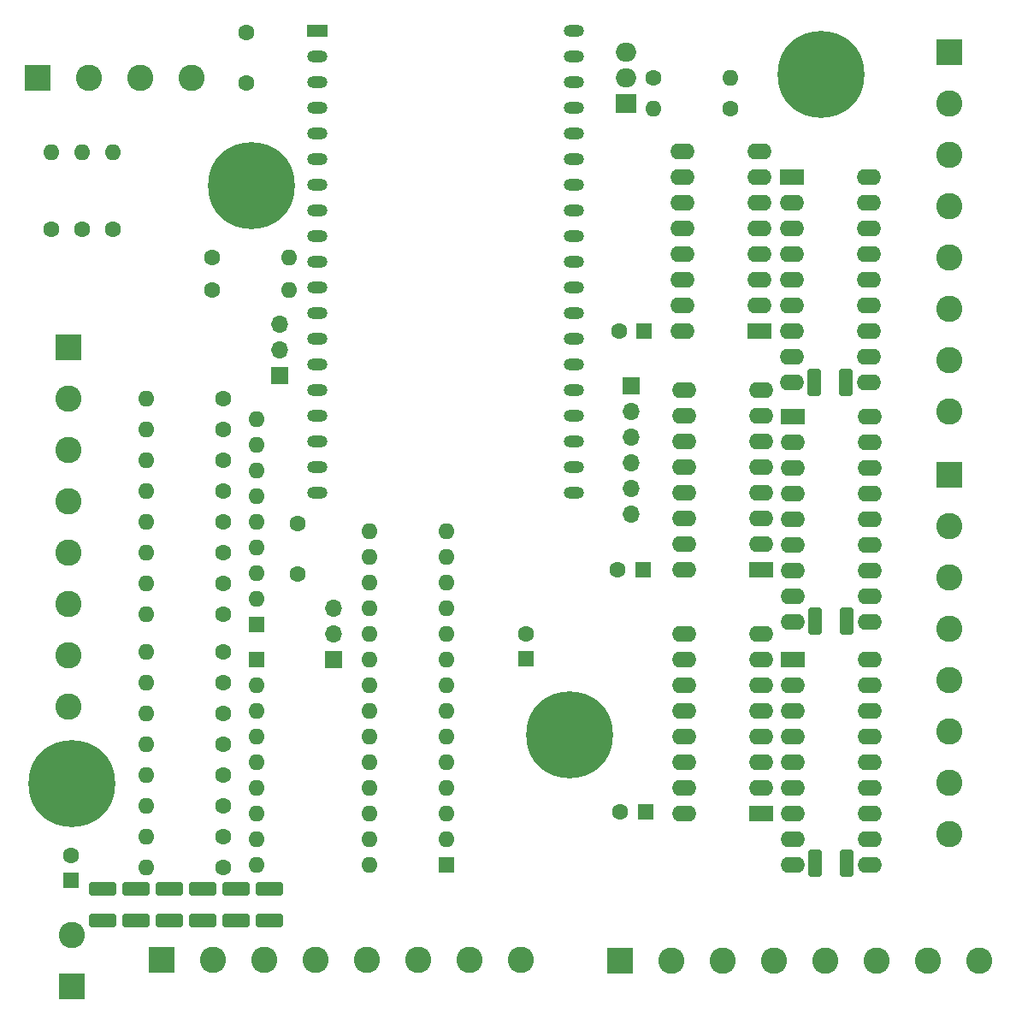
<source format=gbr>
%TF.GenerationSoftware,KiCad,Pcbnew,(7.0.0)*%
%TF.CreationDate,2023-05-27T01:43:55+02:00*%
%TF.ProjectId,workbench,776f726b-6265-46e6-9368-2e6b69636164,rev?*%
%TF.SameCoordinates,Original*%
%TF.FileFunction,Soldermask,Bot*%
%TF.FilePolarity,Negative*%
%FSLAX46Y46*%
G04 Gerber Fmt 4.6, Leading zero omitted, Abs format (unit mm)*
G04 Created by KiCad (PCBNEW (7.0.0)) date 2023-05-27 01:43:55*
%MOMM*%
%LPD*%
G01*
G04 APERTURE LIST*
G04 Aperture macros list*
%AMRoundRect*
0 Rectangle with rounded corners*
0 $1 Rounding radius*
0 $2 $3 $4 $5 $6 $7 $8 $9 X,Y pos of 4 corners*
0 Add a 4 corners polygon primitive as box body*
4,1,4,$2,$3,$4,$5,$6,$7,$8,$9,$2,$3,0*
0 Add four circle primitives for the rounded corners*
1,1,$1+$1,$2,$3*
1,1,$1+$1,$4,$5*
1,1,$1+$1,$6,$7*
1,1,$1+$1,$8,$9*
0 Add four rect primitives between the rounded corners*
20,1,$1+$1,$2,$3,$4,$5,0*
20,1,$1+$1,$4,$5,$6,$7,0*
20,1,$1+$1,$6,$7,$8,$9,0*
20,1,$1+$1,$8,$9,$2,$3,0*%
G04 Aperture macros list end*
%ADD10R,1.700000X1.700000*%
%ADD11O,1.700000X1.700000*%
%ADD12C,8.600000*%
%ADD13C,0.900000*%
%ADD14RoundRect,0.250000X1.100000X-0.412500X1.100000X0.412500X-1.100000X0.412500X-1.100000X-0.412500X0*%
%ADD15RoundRect,0.250000X-0.412500X-1.100000X0.412500X-1.100000X0.412500X1.100000X-0.412500X1.100000X0*%
%ADD16R,1.600000X1.600000*%
%ADD17C,1.600000*%
%ADD18O,1.600000X1.600000*%
%ADD19R,2.400000X1.600000*%
%ADD20O,2.400000X1.600000*%
%ADD21R,2.600000X2.600000*%
%ADD22C,2.600000*%
%ADD23O,2.000000X1.200000*%
%ADD24R,2.000000X1.200000*%
%ADD25O,2.000000X1.905000*%
%ADD26R,2.000000X1.905000*%
G04 APERTURE END LIST*
D10*
%TO.C,J6*%
X121411999Y-81152999D03*
D11*
X121411999Y-78612999D03*
X121411999Y-76072999D03*
%TD*%
D10*
%TO.C,J8*%
X156209999Y-82168999D03*
D11*
X156209999Y-84708999D03*
X156209999Y-87248999D03*
X156209999Y-89788999D03*
X156209999Y-92328999D03*
X156209999Y-94868999D03*
%TD*%
D12*
%TO.C,H4*%
X175006000Y-51308000D03*
D13*
X175006000Y-54533000D03*
X172725581Y-53588419D03*
X177286419Y-49027581D03*
X177286419Y-53588419D03*
X171781000Y-51308000D03*
X172725581Y-49027581D03*
X175006000Y-48083000D03*
X178231000Y-51308000D03*
%TD*%
D12*
%TO.C,H3*%
X118568000Y-62357000D03*
D13*
X118568000Y-65582000D03*
X116287581Y-64637419D03*
X120848419Y-60076581D03*
X120848419Y-64637419D03*
X115343000Y-62357000D03*
X116287581Y-60076581D03*
X118568000Y-59132000D03*
X121793000Y-62357000D03*
%TD*%
D12*
%TO.C,H2*%
X100788000Y-121539000D03*
D13*
X100788000Y-124764000D03*
X98507581Y-123819419D03*
X103068419Y-119258581D03*
X103068419Y-123819419D03*
X97563000Y-121539000D03*
X98507581Y-119258581D03*
X100788000Y-118314000D03*
X104013000Y-121539000D03*
%TD*%
D12*
%TO.C,H1*%
X150119600Y-116718600D03*
D13*
X150119600Y-119943600D03*
X147839181Y-118999019D03*
X152400019Y-114438181D03*
X152400019Y-118999019D03*
X146894600Y-116718600D03*
X147839181Y-114438181D03*
X150119600Y-113493600D03*
X153344600Y-116718600D03*
%TD*%
D14*
%TO.C,C18*%
X110490000Y-135078000D03*
X110490000Y-131953000D03*
%TD*%
%TO.C,C13*%
X113792000Y-135078000D03*
X113792000Y-131953000D03*
%TD*%
%TO.C,C12*%
X117094000Y-131953000D03*
X117094000Y-135078000D03*
%TD*%
%TO.C,C11*%
X120396000Y-135078000D03*
X120396000Y-131953000D03*
%TD*%
%TO.C,C10*%
X103886000Y-135078000D03*
X103886000Y-131953000D03*
%TD*%
%TO.C,C9*%
X107188000Y-135078000D03*
X107188000Y-131953000D03*
%TD*%
D15*
%TO.C,C8*%
X174332500Y-81788000D03*
X177457500Y-81788000D03*
%TD*%
%TO.C,C7*%
X174371000Y-105410000D03*
X177496000Y-105410000D03*
%TD*%
%TO.C,C6*%
X174371000Y-129413000D03*
X177496000Y-129413000D03*
%TD*%
D16*
%TO.C,C3*%
X100710999Y-131103399D03*
D17*
X100711000Y-128603400D03*
%TD*%
D10*
%TO.C,J5*%
X126745999Y-109219999D03*
D11*
X126745999Y-106679999D03*
X126745999Y-104139999D03*
%TD*%
D17*
%TO.C,C2*%
X123190000Y-95758000D03*
X123190000Y-100758000D03*
%TD*%
%TO.C,C1*%
X118110000Y-47197000D03*
X118110000Y-52197000D03*
%TD*%
%TO.C,R53*%
X165989000Y-54737000D03*
D18*
X158368999Y-54736999D03*
%TD*%
D17*
%TO.C,R1*%
X115824000Y-108458000D03*
D18*
X108203999Y-108457999D03*
%TD*%
D17*
%TO.C,R52*%
X158369000Y-51689000D03*
D18*
X165988999Y-51688999D03*
%TD*%
D17*
%TO.C,R19*%
X114681000Y-69469000D03*
D18*
X122300999Y-69468999D03*
%TD*%
D19*
%TO.C,U10*%
X172158999Y-109219999D03*
D20*
X172158999Y-111759999D03*
X172158999Y-114299999D03*
X172158999Y-116839999D03*
X172158999Y-119379999D03*
X172158999Y-121919999D03*
X172158999Y-124459999D03*
X172158999Y-126999999D03*
X172158999Y-129539999D03*
X179778999Y-129539999D03*
X179778999Y-126999999D03*
X179778999Y-124459999D03*
X179778999Y-121919999D03*
X179778999Y-119379999D03*
X179778999Y-116839999D03*
X179778999Y-114299999D03*
X179778999Y-111759999D03*
X179778999Y-109219999D03*
%TD*%
D17*
%TO.C,R2*%
X115824000Y-111506000D03*
D18*
X108203999Y-111505999D03*
%TD*%
D17*
%TO.C,R20*%
X114681000Y-72644000D03*
D18*
X122300999Y-72643999D03*
%TD*%
D19*
%TO.C,U4*%
X169036999Y-124459999D03*
D20*
X169036999Y-121919999D03*
X169036999Y-119379999D03*
X169036999Y-116839999D03*
X169036999Y-114299999D03*
X169036999Y-111759999D03*
X169036999Y-109219999D03*
X169036999Y-106679999D03*
X161416999Y-106679999D03*
X161416999Y-109219999D03*
X161416999Y-111759999D03*
X161416999Y-114299999D03*
X161416999Y-116839999D03*
X161416999Y-119379999D03*
X161416999Y-121919999D03*
X161416999Y-124459999D03*
%TD*%
D16*
%TO.C,C16*%
X157606999Y-124332999D03*
D17*
X155107000Y-124333000D03*
%TD*%
D19*
%TO.C,U2*%
X168909999Y-76707999D03*
D20*
X168909999Y-74167999D03*
X168909999Y-71627999D03*
X168909999Y-69087999D03*
X168909999Y-66547999D03*
X168909999Y-64007999D03*
X168909999Y-61467999D03*
X168909999Y-58927999D03*
X161289999Y-58927999D03*
X161289999Y-61467999D03*
X161289999Y-64007999D03*
X161289999Y-66547999D03*
X161289999Y-69087999D03*
X161289999Y-71627999D03*
X161289999Y-74167999D03*
X161289999Y-76707999D03*
%TD*%
D16*
%TO.C,U6*%
X137921999Y-129539999D03*
D18*
X137921999Y-126999999D03*
X137921999Y-124459999D03*
X137921999Y-121919999D03*
X137921999Y-119379999D03*
X137921999Y-116839999D03*
X137921999Y-114299999D03*
X137921999Y-111759999D03*
X137921999Y-109219999D03*
X137921999Y-106679999D03*
X137921999Y-104139999D03*
X137921999Y-101599999D03*
X137921999Y-99059999D03*
X137921999Y-96519999D03*
X130301999Y-96519999D03*
X130301999Y-99059999D03*
X130301999Y-101599999D03*
X130301999Y-104139999D03*
X130301999Y-106679999D03*
X130301999Y-109219999D03*
X130301999Y-111759999D03*
X130301999Y-114299999D03*
X130301999Y-116839999D03*
X130301999Y-119379999D03*
X130301999Y-121919999D03*
X130301999Y-124459999D03*
X130301999Y-126999999D03*
X130301999Y-129539999D03*
%TD*%
D21*
%TO.C,J2*%
X187705999Y-90931999D03*
D22*
X187706000Y-96012000D03*
X187706000Y-101092000D03*
X187706000Y-106172000D03*
X187706000Y-111252000D03*
X187706000Y-116332000D03*
X187706000Y-121412000D03*
X187706000Y-126492000D03*
%TD*%
%TO.C,J3*%
X100457000Y-113919000D03*
X100457000Y-108839000D03*
X100457000Y-103759000D03*
X100457000Y-98679000D03*
X100457000Y-93599000D03*
X100457000Y-88519000D03*
X100457000Y-83439000D03*
D21*
X100456999Y-78358999D03*
%TD*%
D16*
%TO.C,C17*%
X157479999Y-76707999D03*
D17*
X154980000Y-76708000D03*
%TD*%
D23*
%TO.C,U11*%
X150494999Y-46989999D03*
X150494999Y-49529999D03*
X150494999Y-52069999D03*
X150494999Y-54609999D03*
X150494999Y-57149999D03*
X150494999Y-59689999D03*
X150494999Y-62229999D03*
X150494999Y-64769999D03*
X150494999Y-67309999D03*
X150494999Y-69849999D03*
X150494999Y-72389999D03*
X150494999Y-74929999D03*
X150494999Y-77469999D03*
X150494999Y-80009999D03*
X150494999Y-82549999D03*
X150494999Y-85089999D03*
X150494999Y-87629999D03*
X150491319Y-90167279D03*
X150491319Y-92707279D03*
X125094999Y-92709999D03*
X125094999Y-90169999D03*
X125094999Y-87629999D03*
X125094999Y-85089999D03*
X125094999Y-82549999D03*
X125094999Y-80009999D03*
X125094999Y-77469999D03*
X125094999Y-74929999D03*
X125094999Y-72389999D03*
X125094999Y-69849999D03*
X125094999Y-67309999D03*
X125094999Y-64769999D03*
X125094999Y-62229999D03*
X125094999Y-59689999D03*
X125094999Y-57149999D03*
X125094999Y-54609999D03*
X125094999Y-52069999D03*
X125094999Y-49529999D03*
D24*
X125094999Y-46989999D03*
%TD*%
D17*
%TO.C,R6*%
X115824000Y-123698000D03*
D18*
X108203999Y-123697999D03*
%TD*%
D21*
%TO.C,J4*%
X187705999Y-49148999D03*
D22*
X187706000Y-54229000D03*
X187706000Y-59309000D03*
X187706000Y-64389000D03*
X187706000Y-69469000D03*
X187706000Y-74549000D03*
X187706000Y-79629000D03*
X187706000Y-84709000D03*
%TD*%
D18*
%TO.C,R9*%
X108203999Y-104774999D03*
D17*
X115824000Y-104775000D03*
%TD*%
%TO.C,R13*%
X115824000Y-92583000D03*
D18*
X108203999Y-92582999D03*
%TD*%
D17*
%TO.C,R3*%
X115824000Y-114554000D03*
D18*
X108203999Y-114553999D03*
%TD*%
D17*
%TO.C,R22*%
X101854000Y-66675000D03*
D18*
X101853999Y-59054999D03*
%TD*%
D16*
%TO.C,C14*%
X145795999Y-109179999D03*
D17*
X145796000Y-106680000D03*
%TD*%
%TO.C,R12*%
X115824000Y-95631000D03*
D18*
X108203999Y-95630999D03*
%TD*%
D19*
%TO.C,U7*%
X169036999Y-100393999D03*
D20*
X169036999Y-97853999D03*
X169036999Y-95313999D03*
X169036999Y-92773999D03*
X169036999Y-90233999D03*
X169036999Y-87693999D03*
X169036999Y-85153999D03*
X169036999Y-82613999D03*
X161416999Y-82613999D03*
X161416999Y-85153999D03*
X161416999Y-87693999D03*
X161416999Y-90233999D03*
X161416999Y-92773999D03*
X161416999Y-95313999D03*
X161416999Y-97853999D03*
X161416999Y-100393999D03*
%TD*%
D17*
%TO.C,R7*%
X115824000Y-126746000D03*
D18*
X108203999Y-126745999D03*
%TD*%
D25*
%TO.C,Q3*%
X155701999Y-49148999D03*
X155701999Y-51688999D03*
D26*
X155701999Y-54228999D03*
%TD*%
D22*
%TO.C,J9*%
X190627000Y-139065000D03*
X185547000Y-139065000D03*
X180467000Y-139065000D03*
X175387000Y-139065000D03*
X170307000Y-139065000D03*
X165227000Y-139065000D03*
X160147000Y-139065000D03*
D21*
X155066999Y-139064999D03*
%TD*%
D19*
%TO.C,U3*%
X172084999Y-61467999D03*
D20*
X172084999Y-64007999D03*
X172084999Y-66547999D03*
X172084999Y-69087999D03*
X172084999Y-71627999D03*
X172084999Y-74167999D03*
X172084999Y-76707999D03*
X172084999Y-79247999D03*
X172084999Y-81787999D03*
X179704999Y-81787999D03*
X179704999Y-79247999D03*
X179704999Y-76707999D03*
X179704999Y-74167999D03*
X179704999Y-71627999D03*
X179704999Y-69087999D03*
X179704999Y-66547999D03*
X179704999Y-64007999D03*
X179704999Y-61467999D03*
%TD*%
D17*
%TO.C,R16*%
X115824000Y-83439000D03*
D18*
X108203999Y-83438999D03*
%TD*%
D17*
%TO.C,R11*%
X115824000Y-98679000D03*
D18*
X108203999Y-98678999D03*
%TD*%
D21*
%TO.C,J11*%
X109727999Y-138937999D03*
D22*
X114808000Y-138938000D03*
X119888000Y-138938000D03*
X124968000Y-138938000D03*
X130048000Y-138938000D03*
X135128000Y-138938000D03*
X140208000Y-138938000D03*
X145288000Y-138938000D03*
%TD*%
D17*
%TO.C,R35*%
X98806000Y-66675000D03*
D18*
X98805999Y-59054999D03*
%TD*%
D17*
%TO.C,R4*%
X115824000Y-117602000D03*
D18*
X108203999Y-117601999D03*
%TD*%
D17*
%TO.C,R21*%
X104902000Y-66675000D03*
D18*
X104901999Y-59054999D03*
%TD*%
D19*
%TO.C,U9*%
X172211999Y-85216999D03*
D20*
X172211999Y-87756999D03*
X172211999Y-90296999D03*
X172211999Y-92836999D03*
X172211999Y-95376999D03*
X172211999Y-97916999D03*
X172211999Y-100456999D03*
X172211999Y-102996999D03*
X172211999Y-105536999D03*
X179831999Y-105536999D03*
X179831999Y-102996999D03*
X179831999Y-100456999D03*
X179831999Y-97916999D03*
X179831999Y-95376999D03*
X179831999Y-92836999D03*
X179831999Y-90296999D03*
X179831999Y-87756999D03*
X179831999Y-85216999D03*
%TD*%
D17*
%TO.C,R10*%
X115824000Y-101727000D03*
D18*
X108203999Y-101726999D03*
%TD*%
%TO.C,R5*%
X108203999Y-120649999D03*
D17*
X115824000Y-120650000D03*
%TD*%
D21*
%TO.C,J10*%
X97408999Y-51688999D03*
D22*
X102489000Y-51689000D03*
X107569000Y-51689000D03*
X112649000Y-51689000D03*
%TD*%
D17*
%TO.C,R15*%
X115824000Y-86487000D03*
D18*
X108203999Y-86486999D03*
%TD*%
D17*
%TO.C,R14*%
X115824000Y-89535000D03*
D18*
X108203999Y-89534999D03*
%TD*%
D21*
%TO.C,J1*%
X100837999Y-141604999D03*
D22*
X100838000Y-136525000D03*
%TD*%
D16*
%TO.C,RN1*%
X119125999Y-105790999D03*
D18*
X119125999Y-103250999D03*
X119125999Y-100710999D03*
X119125999Y-98170999D03*
X119125999Y-95630999D03*
X119125999Y-93090999D03*
X119125999Y-90550999D03*
X119125999Y-88010999D03*
X119125999Y-85470999D03*
%TD*%
D16*
%TO.C,RN2*%
X119125999Y-109219999D03*
D18*
X119125999Y-111759999D03*
X119125999Y-114299999D03*
X119125999Y-116839999D03*
X119125999Y-119379999D03*
X119125999Y-121919999D03*
X119125999Y-124459999D03*
X119125999Y-126999999D03*
X119125999Y-129539999D03*
%TD*%
D17*
%TO.C,R8*%
X115824000Y-129794000D03*
D18*
X108203999Y-129793999D03*
%TD*%
D16*
%TO.C,C15*%
X157352999Y-100329999D03*
D17*
X154853000Y-100330000D03*
%TD*%
M02*

</source>
